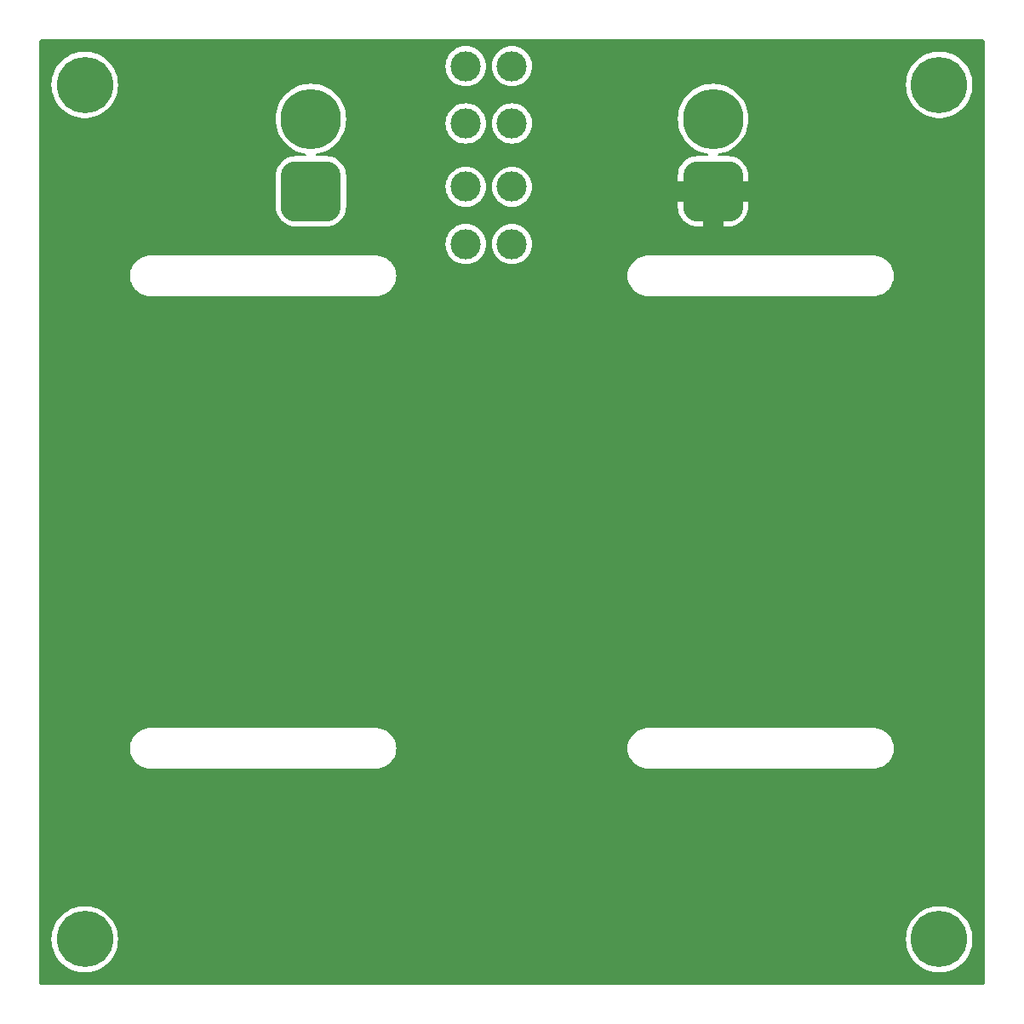
<source format=gbl>
%TF.GenerationSoftware,KiCad,Pcbnew,7.0.8*%
%TF.CreationDate,2024-01-29T21:48:56+01:00*%
%TF.ProjectId,cube-batteryboard,63756265-2d62-4617-9474-657279626f61,rev?*%
%TF.SameCoordinates,Original*%
%TF.FileFunction,Copper,L2,Bot*%
%TF.FilePolarity,Positive*%
%FSLAX46Y46*%
G04 Gerber Fmt 4.6, Leading zero omitted, Abs format (unit mm)*
G04 Created by KiCad (PCBNEW 7.0.8) date 2024-01-29 21:48:56*
%MOMM*%
%LPD*%
G01*
G04 APERTURE LIST*
G04 Aperture macros list*
%AMRoundRect*
0 Rectangle with rounded corners*
0 $1 Rounding radius*
0 $2 $3 $4 $5 $6 $7 $8 $9 X,Y pos of 4 corners*
0 Add a 4 corners polygon primitive as box body*
4,1,4,$2,$3,$4,$5,$6,$7,$8,$9,$2,$3,0*
0 Add four circle primitives for the rounded corners*
1,1,$1+$1,$2,$3*
1,1,$1+$1,$4,$5*
1,1,$1+$1,$6,$7*
1,1,$1+$1,$8,$9*
0 Add four rect primitives between the rounded corners*
20,1,$1+$1,$2,$3,$4,$5,0*
20,1,$1+$1,$4,$5,$6,$7,0*
20,1,$1+$1,$6,$7,$8,$9,0*
20,1,$1+$1,$8,$9,$2,$3,0*%
G04 Aperture macros list end*
%TA.AperFunction,ComponentPad*%
%ADD10C,5.600000*%
%TD*%
%TA.AperFunction,ComponentPad*%
%ADD11RoundRect,1.500000X1.500000X-1.500000X1.500000X1.500000X-1.500000X1.500000X-1.500000X-1.500000X0*%
%TD*%
%TA.AperFunction,ComponentPad*%
%ADD12C,6.000000*%
%TD*%
%TA.AperFunction,ComponentPad*%
%ADD13C,3.000000*%
%TD*%
G04 APERTURE END LIST*
D10*
%TO.P,H2,1*%
%TO.N,N/C*%
X110000000Y-25000000D03*
%TD*%
%TO.P,H1,1*%
%TO.N,N/C*%
X25000000Y-25000000D03*
%TD*%
%TO.P,H3,1*%
%TO.N,N/C*%
X25000000Y-110000000D03*
%TD*%
%TO.P,H4,1*%
%TO.N,N/C*%
X110000000Y-110000000D03*
%TD*%
D11*
%TO.P,J2,1,Pin_1*%
%TO.N,unconnected-(J2-Pin_1-Pad1)*%
X47500000Y-35600000D03*
D12*
%TO.P,J2,2,Pin_2*%
%TO.N,/PWR_OUT*%
X47500000Y-28400000D03*
%TD*%
D13*
%TO.P,SW1,1,1*%
%TO.N,/PWR_OUT*%
X62900000Y-28850000D03*
%TO.P,SW1,2,2*%
%TO.N,/PWR_IN*%
X67500000Y-28850000D03*
%TO.P,SW1,3,3*%
%TO.N,/PWR_OUT*%
X62900000Y-23150000D03*
%TO.P,SW1,4,4*%
%TO.N,/PWR_IN*%
X67500000Y-23150000D03*
%TD*%
D11*
%TO.P,J1,1,Pin_1*%
%TO.N,GND*%
X87500000Y-35600000D03*
D12*
%TO.P,J1,2,Pin_2*%
%TO.N,/PWR_IN*%
X87500000Y-28400000D03*
%TD*%
D13*
%TO.P,SW2,1,1*%
%TO.N,/PWR_OUT*%
X62900000Y-40850000D03*
%TO.P,SW2,2,2*%
%TO.N,/PWR_IN*%
X67500000Y-40850000D03*
%TO.P,SW2,3,3*%
%TO.N,/PWR_OUT*%
X62900000Y-35150000D03*
%TO.P,SW2,4,4*%
%TO.N,/PWR_IN*%
X67500000Y-35150000D03*
%TD*%
%TA.AperFunction,Conductor*%
%TO.N,GND*%
G36*
X114442539Y-20520185D02*
G01*
X114488294Y-20572989D01*
X114499500Y-20624500D01*
X114499500Y-114375500D01*
X114479815Y-114442539D01*
X114427011Y-114488294D01*
X114375500Y-114499500D01*
X20624500Y-114499500D01*
X20557461Y-114479815D01*
X20511706Y-114427011D01*
X20500500Y-114375500D01*
X20500500Y-110000002D01*
X21694652Y-110000002D01*
X21714028Y-110357368D01*
X21714029Y-110357385D01*
X21771926Y-110710539D01*
X21771932Y-110710565D01*
X21867672Y-111055392D01*
X21867674Y-111055399D01*
X22000142Y-111387870D01*
X22000151Y-111387888D01*
X22167784Y-111704077D01*
X22167790Y-111704086D01*
X22368634Y-112000309D01*
X22368641Y-112000319D01*
X22600331Y-112273085D01*
X22600332Y-112273086D01*
X22860163Y-112519211D01*
X23145081Y-112735800D01*
X23451747Y-112920315D01*
X23451749Y-112920316D01*
X23451751Y-112920317D01*
X23451755Y-112920319D01*
X23776552Y-113070585D01*
X23776565Y-113070591D01*
X24115726Y-113184868D01*
X24465254Y-113261805D01*
X24821052Y-113300500D01*
X24821058Y-113300500D01*
X25178942Y-113300500D01*
X25178948Y-113300500D01*
X25534746Y-113261805D01*
X25884274Y-113184868D01*
X26223435Y-113070591D01*
X26548253Y-112920315D01*
X26854919Y-112735800D01*
X27139837Y-112519211D01*
X27399668Y-112273086D01*
X27631365Y-112000311D01*
X27832211Y-111704085D01*
X27999853Y-111387880D01*
X28132324Y-111055403D01*
X28228071Y-110710552D01*
X28285972Y-110357371D01*
X28305348Y-110000002D01*
X106694652Y-110000002D01*
X106714028Y-110357368D01*
X106714029Y-110357385D01*
X106771926Y-110710539D01*
X106771932Y-110710565D01*
X106867672Y-111055392D01*
X106867674Y-111055399D01*
X107000142Y-111387870D01*
X107000151Y-111387888D01*
X107167784Y-111704077D01*
X107167790Y-111704086D01*
X107368634Y-112000309D01*
X107368641Y-112000319D01*
X107600331Y-112273085D01*
X107600332Y-112273086D01*
X107860163Y-112519211D01*
X108145081Y-112735800D01*
X108451747Y-112920315D01*
X108451749Y-112920316D01*
X108451751Y-112920317D01*
X108451755Y-112920319D01*
X108776552Y-113070585D01*
X108776565Y-113070591D01*
X109115726Y-113184868D01*
X109465254Y-113261805D01*
X109821052Y-113300500D01*
X109821058Y-113300500D01*
X110178942Y-113300500D01*
X110178948Y-113300500D01*
X110534746Y-113261805D01*
X110884274Y-113184868D01*
X111223435Y-113070591D01*
X111548253Y-112920315D01*
X111854919Y-112735800D01*
X112139837Y-112519211D01*
X112399668Y-112273086D01*
X112631365Y-112000311D01*
X112832211Y-111704085D01*
X112999853Y-111387880D01*
X113132324Y-111055403D01*
X113228071Y-110710552D01*
X113285972Y-110357371D01*
X113305348Y-110000000D01*
X113285972Y-109642629D01*
X113228071Y-109289448D01*
X113132324Y-108944597D01*
X112999853Y-108612120D01*
X112832211Y-108295915D01*
X112631365Y-107999689D01*
X112631361Y-107999684D01*
X112631358Y-107999680D01*
X112399668Y-107726914D01*
X112139837Y-107480789D01*
X112139830Y-107480783D01*
X112139827Y-107480781D01*
X112072245Y-107429407D01*
X111854919Y-107264200D01*
X111548253Y-107079685D01*
X111548252Y-107079684D01*
X111548248Y-107079682D01*
X111548244Y-107079680D01*
X111223447Y-106929414D01*
X111223441Y-106929411D01*
X111223435Y-106929409D01*
X111053854Y-106872270D01*
X110884273Y-106815131D01*
X110534744Y-106738194D01*
X110178949Y-106699500D01*
X110178948Y-106699500D01*
X109821052Y-106699500D01*
X109821050Y-106699500D01*
X109465255Y-106738194D01*
X109115726Y-106815131D01*
X108859970Y-106901306D01*
X108776565Y-106929409D01*
X108776563Y-106929410D01*
X108776552Y-106929414D01*
X108451755Y-107079680D01*
X108451751Y-107079682D01*
X108223367Y-107217096D01*
X108145081Y-107264200D01*
X108056768Y-107331333D01*
X107860172Y-107480781D01*
X107860163Y-107480789D01*
X107600331Y-107726914D01*
X107368641Y-107999680D01*
X107368634Y-107999690D01*
X107167790Y-108295913D01*
X107167784Y-108295922D01*
X107000151Y-108612111D01*
X107000142Y-108612129D01*
X106867674Y-108944600D01*
X106867672Y-108944607D01*
X106771932Y-109289434D01*
X106771926Y-109289460D01*
X106714029Y-109642614D01*
X106714028Y-109642631D01*
X106694652Y-109999997D01*
X106694652Y-110000002D01*
X28305348Y-110000002D01*
X28305348Y-110000000D01*
X28285972Y-109642629D01*
X28228071Y-109289448D01*
X28132324Y-108944597D01*
X27999853Y-108612120D01*
X27832211Y-108295915D01*
X27631365Y-107999689D01*
X27631361Y-107999684D01*
X27631358Y-107999680D01*
X27399668Y-107726914D01*
X27139837Y-107480789D01*
X27139830Y-107480783D01*
X27139827Y-107480781D01*
X27072245Y-107429407D01*
X26854919Y-107264200D01*
X26548253Y-107079685D01*
X26548252Y-107079684D01*
X26548248Y-107079682D01*
X26548244Y-107079680D01*
X26223447Y-106929414D01*
X26223441Y-106929411D01*
X26223435Y-106929409D01*
X26053854Y-106872270D01*
X25884273Y-106815131D01*
X25534744Y-106738194D01*
X25178949Y-106699500D01*
X25178948Y-106699500D01*
X24821052Y-106699500D01*
X24821050Y-106699500D01*
X24465255Y-106738194D01*
X24115726Y-106815131D01*
X23859970Y-106901306D01*
X23776565Y-106929409D01*
X23776563Y-106929410D01*
X23776552Y-106929414D01*
X23451755Y-107079680D01*
X23451751Y-107079682D01*
X23223367Y-107217096D01*
X23145081Y-107264200D01*
X23056768Y-107331333D01*
X22860172Y-107480781D01*
X22860163Y-107480789D01*
X22600331Y-107726914D01*
X22368641Y-107999680D01*
X22368634Y-107999690D01*
X22167790Y-108295913D01*
X22167784Y-108295922D01*
X22000151Y-108612111D01*
X22000142Y-108612129D01*
X21867674Y-108944600D01*
X21867672Y-108944607D01*
X21771932Y-109289434D01*
X21771926Y-109289460D01*
X21714029Y-109642614D01*
X21714028Y-109642631D01*
X21694652Y-109999997D01*
X21694652Y-110000002D01*
X20500500Y-110000002D01*
X20500500Y-91000000D01*
X29494825Y-91000000D01*
X29513500Y-91273038D01*
X29513501Y-91273040D01*
X29569178Y-91540979D01*
X29569183Y-91540995D01*
X29660829Y-91798860D01*
X29660828Y-91798860D01*
X29786740Y-92041858D01*
X29786744Y-92041864D01*
X29944560Y-92265439D01*
X30131365Y-92465457D01*
X30250102Y-92562056D01*
X30343655Y-92638168D01*
X30343657Y-92638169D01*
X30343658Y-92638170D01*
X30577490Y-92780366D01*
X30781222Y-92868858D01*
X30828508Y-92889398D01*
X31092035Y-92963235D01*
X31330399Y-92995996D01*
X31363161Y-93000500D01*
X31363162Y-93000500D01*
X54136839Y-93000500D01*
X54166068Y-92996482D01*
X54407965Y-92963235D01*
X54671492Y-92889398D01*
X54922511Y-92780365D01*
X55156345Y-92638168D01*
X55368638Y-92465454D01*
X55555437Y-92265442D01*
X55713260Y-92041857D01*
X55839169Y-91798864D01*
X55930818Y-91540990D01*
X55930818Y-91540985D01*
X55930821Y-91540979D01*
X55961441Y-91393620D01*
X55986499Y-91273038D01*
X56005175Y-91000000D01*
X78994825Y-91000000D01*
X79013500Y-91273038D01*
X79013501Y-91273040D01*
X79069178Y-91540979D01*
X79069183Y-91540995D01*
X79160829Y-91798860D01*
X79160828Y-91798860D01*
X79286740Y-92041858D01*
X79286744Y-92041864D01*
X79444560Y-92265439D01*
X79631365Y-92465457D01*
X79750102Y-92562056D01*
X79843655Y-92638168D01*
X79843657Y-92638169D01*
X79843658Y-92638170D01*
X80077490Y-92780366D01*
X80281222Y-92868858D01*
X80328508Y-92889398D01*
X80592035Y-92963235D01*
X80830399Y-92995996D01*
X80863161Y-93000500D01*
X80863162Y-93000500D01*
X103636839Y-93000500D01*
X103666068Y-92996482D01*
X103907965Y-92963235D01*
X104171492Y-92889398D01*
X104422511Y-92780365D01*
X104656345Y-92638168D01*
X104868638Y-92465454D01*
X105055437Y-92265442D01*
X105213260Y-92041857D01*
X105339169Y-91798864D01*
X105430818Y-91540990D01*
X105430818Y-91540985D01*
X105430821Y-91540979D01*
X105461441Y-91393620D01*
X105486499Y-91273038D01*
X105505175Y-91000000D01*
X105486499Y-90726962D01*
X105450658Y-90554485D01*
X105430821Y-90459020D01*
X105430816Y-90459004D01*
X105339170Y-90201139D01*
X105339171Y-90201139D01*
X105213259Y-89958141D01*
X105213255Y-89958135D01*
X105055439Y-89734560D01*
X104868634Y-89534542D01*
X104656341Y-89361829D01*
X104422509Y-89219633D01*
X104171493Y-89110602D01*
X103907970Y-89036766D01*
X103907966Y-89036765D01*
X103907965Y-89036765D01*
X103772401Y-89018132D01*
X103636839Y-88999500D01*
X103636838Y-88999500D01*
X103535799Y-88999500D01*
X81065892Y-88999500D01*
X81000000Y-88999500D01*
X80863162Y-88999500D01*
X80863161Y-88999500D01*
X80592035Y-89036765D01*
X80592029Y-89036766D01*
X80328506Y-89110602D01*
X80077490Y-89219633D01*
X79843658Y-89361829D01*
X79631365Y-89534542D01*
X79444560Y-89734560D01*
X79286744Y-89958135D01*
X79286740Y-89958141D01*
X79160829Y-90201139D01*
X79069183Y-90459004D01*
X79069178Y-90459020D01*
X79013501Y-90726959D01*
X79013500Y-90726961D01*
X78994825Y-91000000D01*
X56005175Y-91000000D01*
X55986499Y-90726962D01*
X55950658Y-90554485D01*
X55930821Y-90459020D01*
X55930816Y-90459004D01*
X55839170Y-90201139D01*
X55839171Y-90201139D01*
X55713259Y-89958141D01*
X55713255Y-89958135D01*
X55555439Y-89734560D01*
X55368634Y-89534542D01*
X55156341Y-89361829D01*
X54922509Y-89219633D01*
X54671493Y-89110602D01*
X54407970Y-89036766D01*
X54407966Y-89036765D01*
X54407965Y-89036765D01*
X54272401Y-89018132D01*
X54136839Y-88999500D01*
X54136838Y-88999500D01*
X54035799Y-88999500D01*
X31565892Y-88999500D01*
X31500000Y-88999500D01*
X31363162Y-88999500D01*
X31363161Y-88999500D01*
X31092035Y-89036765D01*
X31092029Y-89036766D01*
X30828506Y-89110602D01*
X30577490Y-89219633D01*
X30343658Y-89361829D01*
X30131365Y-89534542D01*
X29944560Y-89734560D01*
X29786744Y-89958135D01*
X29786740Y-89958141D01*
X29660829Y-90201139D01*
X29569183Y-90459004D01*
X29569178Y-90459020D01*
X29513501Y-90726959D01*
X29513500Y-90726961D01*
X29494825Y-91000000D01*
X20500500Y-91000000D01*
X20500500Y-44000000D01*
X29494825Y-44000000D01*
X29513500Y-44273038D01*
X29513501Y-44273040D01*
X29569178Y-44540979D01*
X29569183Y-44540995D01*
X29660829Y-44798860D01*
X29660828Y-44798860D01*
X29786740Y-45041858D01*
X29786744Y-45041864D01*
X29944560Y-45265439D01*
X30131365Y-45465457D01*
X30250102Y-45562056D01*
X30343655Y-45638168D01*
X30343657Y-45638169D01*
X30343658Y-45638170D01*
X30577490Y-45780366D01*
X30781222Y-45868858D01*
X30828508Y-45889398D01*
X31092035Y-45963235D01*
X31330399Y-45995996D01*
X31363161Y-46000500D01*
X31363162Y-46000500D01*
X54136839Y-46000500D01*
X54166068Y-45996482D01*
X54407965Y-45963235D01*
X54671492Y-45889398D01*
X54922511Y-45780365D01*
X55156345Y-45638168D01*
X55368638Y-45465454D01*
X55555437Y-45265442D01*
X55713260Y-45041857D01*
X55839169Y-44798864D01*
X55930818Y-44540990D01*
X55930818Y-44540985D01*
X55930821Y-44540979D01*
X55961441Y-44393620D01*
X55986499Y-44273038D01*
X56005175Y-44000000D01*
X78994825Y-44000000D01*
X79013500Y-44273038D01*
X79013501Y-44273040D01*
X79069178Y-44540979D01*
X79069183Y-44540995D01*
X79160829Y-44798860D01*
X79160828Y-44798860D01*
X79286740Y-45041858D01*
X79286744Y-45041864D01*
X79444560Y-45265439D01*
X79631365Y-45465457D01*
X79750102Y-45562056D01*
X79843655Y-45638168D01*
X79843657Y-45638169D01*
X79843658Y-45638170D01*
X80077490Y-45780366D01*
X80281222Y-45868858D01*
X80328508Y-45889398D01*
X80592035Y-45963235D01*
X80830399Y-45995996D01*
X80863161Y-46000500D01*
X80863162Y-46000500D01*
X103636839Y-46000500D01*
X103666068Y-45996482D01*
X103907965Y-45963235D01*
X104171492Y-45889398D01*
X104422511Y-45780365D01*
X104656345Y-45638168D01*
X104868638Y-45465454D01*
X105055437Y-45265442D01*
X105213260Y-45041857D01*
X105339169Y-44798864D01*
X105430818Y-44540990D01*
X105430818Y-44540985D01*
X105430821Y-44540979D01*
X105461441Y-44393620D01*
X105486499Y-44273038D01*
X105505175Y-44000000D01*
X105486499Y-43726962D01*
X105450658Y-43554485D01*
X105430821Y-43459020D01*
X105430816Y-43459004D01*
X105339170Y-43201139D01*
X105339171Y-43201139D01*
X105213259Y-42958141D01*
X105213255Y-42958135D01*
X105055439Y-42734560D01*
X104993170Y-42667887D01*
X104868638Y-42534546D01*
X104868636Y-42534545D01*
X104868634Y-42534542D01*
X104710318Y-42405742D01*
X104656345Y-42361832D01*
X104656343Y-42361831D01*
X104656341Y-42361829D01*
X104422509Y-42219633D01*
X104171493Y-42110602D01*
X103907970Y-42036766D01*
X103907966Y-42036765D01*
X103907965Y-42036765D01*
X103772401Y-42018132D01*
X103636839Y-41999500D01*
X103636838Y-41999500D01*
X103535799Y-41999500D01*
X81065892Y-41999500D01*
X81000000Y-41999500D01*
X80863162Y-41999500D01*
X80863161Y-41999500D01*
X80592035Y-42036765D01*
X80592029Y-42036766D01*
X80328506Y-42110602D01*
X80077490Y-42219633D01*
X79843658Y-42361829D01*
X79631365Y-42534542D01*
X79444560Y-42734560D01*
X79286744Y-42958135D01*
X79286740Y-42958141D01*
X79160829Y-43201139D01*
X79069183Y-43459004D01*
X79069178Y-43459020D01*
X79013501Y-43726959D01*
X79013500Y-43726961D01*
X78994825Y-44000000D01*
X56005175Y-44000000D01*
X55986499Y-43726962D01*
X55950658Y-43554485D01*
X55930821Y-43459020D01*
X55930816Y-43459004D01*
X55839170Y-43201139D01*
X55839171Y-43201139D01*
X55713259Y-42958141D01*
X55713255Y-42958135D01*
X55555439Y-42734560D01*
X55493170Y-42667887D01*
X55368638Y-42534546D01*
X55368636Y-42534545D01*
X55368634Y-42534542D01*
X55210318Y-42405742D01*
X55156345Y-42361832D01*
X55156343Y-42361831D01*
X55156341Y-42361829D01*
X54922509Y-42219633D01*
X54671493Y-42110602D01*
X54407970Y-42036766D01*
X54407966Y-42036765D01*
X54407965Y-42036765D01*
X54272401Y-42018132D01*
X54136839Y-41999500D01*
X54136838Y-41999500D01*
X54035799Y-41999500D01*
X31565892Y-41999500D01*
X31500000Y-41999500D01*
X31363162Y-41999500D01*
X31363161Y-41999500D01*
X31092035Y-42036765D01*
X31092029Y-42036766D01*
X30828506Y-42110602D01*
X30577490Y-42219633D01*
X30343658Y-42361829D01*
X30131365Y-42534542D01*
X29944560Y-42734560D01*
X29786744Y-42958135D01*
X29786740Y-42958141D01*
X29660829Y-43201139D01*
X29569183Y-43459004D01*
X29569178Y-43459020D01*
X29513501Y-43726959D01*
X29513500Y-43726961D01*
X29494825Y-44000000D01*
X20500500Y-44000000D01*
X20500500Y-40850001D01*
X60894390Y-40850001D01*
X60914804Y-41135433D01*
X60975628Y-41415037D01*
X61075635Y-41683166D01*
X61212770Y-41934309D01*
X61212775Y-41934317D01*
X61384254Y-42163387D01*
X61384270Y-42163405D01*
X61586594Y-42365729D01*
X61586612Y-42365745D01*
X61815682Y-42537224D01*
X61815690Y-42537229D01*
X62066833Y-42674364D01*
X62066832Y-42674364D01*
X62066836Y-42674365D01*
X62066839Y-42674367D01*
X62334954Y-42774369D01*
X62334960Y-42774370D01*
X62334962Y-42774371D01*
X62614566Y-42835195D01*
X62614568Y-42835195D01*
X62614572Y-42835196D01*
X62868220Y-42853337D01*
X62899999Y-42855610D01*
X62900000Y-42855610D01*
X62900001Y-42855610D01*
X62928595Y-42853564D01*
X63185428Y-42835196D01*
X63465046Y-42774369D01*
X63733161Y-42674367D01*
X63984315Y-42537226D01*
X64213395Y-42365739D01*
X64415739Y-42163395D01*
X64587226Y-41934315D01*
X64724367Y-41683161D01*
X64824369Y-41415046D01*
X64885196Y-41135428D01*
X64905610Y-40850001D01*
X65494390Y-40850001D01*
X65514804Y-41135433D01*
X65575628Y-41415037D01*
X65675635Y-41683166D01*
X65812770Y-41934309D01*
X65812775Y-41934317D01*
X65984254Y-42163387D01*
X65984270Y-42163405D01*
X66186594Y-42365729D01*
X66186612Y-42365745D01*
X66415682Y-42537224D01*
X66415690Y-42537229D01*
X66666833Y-42674364D01*
X66666832Y-42674364D01*
X66666836Y-42674365D01*
X66666839Y-42674367D01*
X66934954Y-42774369D01*
X66934960Y-42774370D01*
X66934962Y-42774371D01*
X67214566Y-42835195D01*
X67214568Y-42835195D01*
X67214572Y-42835196D01*
X67468220Y-42853337D01*
X67499999Y-42855610D01*
X67500000Y-42855610D01*
X67500001Y-42855610D01*
X67528595Y-42853564D01*
X67785428Y-42835196D01*
X68065046Y-42774369D01*
X68333161Y-42674367D01*
X68584315Y-42537226D01*
X68813395Y-42365739D01*
X69015739Y-42163395D01*
X69187226Y-41934315D01*
X69324367Y-41683161D01*
X69424369Y-41415046D01*
X69485196Y-41135428D01*
X69505610Y-40850000D01*
X69485196Y-40564572D01*
X69424369Y-40284954D01*
X69324367Y-40016839D01*
X69187226Y-39765685D01*
X69187224Y-39765682D01*
X69015745Y-39536612D01*
X69015729Y-39536594D01*
X68813405Y-39334270D01*
X68813387Y-39334254D01*
X68584317Y-39162775D01*
X68584309Y-39162770D01*
X68333166Y-39025635D01*
X68333167Y-39025635D01*
X68225915Y-38985632D01*
X68065046Y-38925631D01*
X68065043Y-38925630D01*
X68065037Y-38925628D01*
X67785433Y-38864804D01*
X67500001Y-38844390D01*
X67499999Y-38844390D01*
X67214566Y-38864804D01*
X66934962Y-38925628D01*
X66666833Y-39025635D01*
X66415690Y-39162770D01*
X66415682Y-39162775D01*
X66186612Y-39334254D01*
X66186594Y-39334270D01*
X65984270Y-39536594D01*
X65984254Y-39536612D01*
X65812775Y-39765682D01*
X65812770Y-39765690D01*
X65675635Y-40016833D01*
X65575628Y-40284962D01*
X65514804Y-40564566D01*
X65494390Y-40849998D01*
X65494390Y-40850001D01*
X64905610Y-40850001D01*
X64905610Y-40850000D01*
X64885196Y-40564572D01*
X64824369Y-40284954D01*
X64724367Y-40016839D01*
X64587226Y-39765685D01*
X64587224Y-39765682D01*
X64415745Y-39536612D01*
X64415729Y-39536594D01*
X64213405Y-39334270D01*
X64213387Y-39334254D01*
X63984317Y-39162775D01*
X63984309Y-39162770D01*
X63733166Y-39025635D01*
X63733167Y-39025635D01*
X63625915Y-38985632D01*
X63465046Y-38925631D01*
X63465043Y-38925630D01*
X63465037Y-38925628D01*
X63185433Y-38864804D01*
X62900001Y-38844390D01*
X62899999Y-38844390D01*
X62614566Y-38864804D01*
X62334962Y-38925628D01*
X62066833Y-39025635D01*
X61815690Y-39162770D01*
X61815682Y-39162775D01*
X61586612Y-39334254D01*
X61586594Y-39334270D01*
X61384270Y-39536594D01*
X61384254Y-39536612D01*
X61212775Y-39765682D01*
X61212770Y-39765690D01*
X61075635Y-40016833D01*
X60975628Y-40284962D01*
X60914804Y-40564566D01*
X60894390Y-40849998D01*
X60894390Y-40850001D01*
X20500500Y-40850001D01*
X20500500Y-28400000D01*
X43994696Y-28400000D01*
X44013898Y-28766405D01*
X44071294Y-29128788D01*
X44071294Y-29128790D01*
X44166260Y-29483206D01*
X44297746Y-29825739D01*
X44464320Y-30152656D01*
X44664147Y-30460364D01*
X44664149Y-30460366D01*
X44895051Y-30745506D01*
X45154494Y-31004949D01*
X45154498Y-31004952D01*
X45439635Y-31235852D01*
X45747343Y-31435679D01*
X45747348Y-31435682D01*
X46074264Y-31602255D01*
X46416801Y-31733742D01*
X46771206Y-31828705D01*
X46924769Y-31853027D01*
X46987904Y-31882956D01*
X47024835Y-31942268D01*
X47023837Y-32012130D01*
X46985227Y-32070363D01*
X46921264Y-32098477D01*
X46905371Y-32099500D01*
X45928552Y-32099500D01*
X45714566Y-32114804D01*
X45434962Y-32175628D01*
X45166833Y-32275635D01*
X44915690Y-32412770D01*
X44915682Y-32412775D01*
X44686612Y-32584254D01*
X44686594Y-32584270D01*
X44484270Y-32786594D01*
X44484254Y-32786612D01*
X44312775Y-33015682D01*
X44312770Y-33015690D01*
X44175635Y-33266833D01*
X44075628Y-33534962D01*
X44014804Y-33814566D01*
X43999500Y-34028552D01*
X43999500Y-37171448D01*
X44014804Y-37385433D01*
X44075628Y-37665037D01*
X44075630Y-37665043D01*
X44075631Y-37665046D01*
X44175557Y-37932958D01*
X44175635Y-37933166D01*
X44312770Y-38184309D01*
X44312775Y-38184317D01*
X44484254Y-38413387D01*
X44484270Y-38413405D01*
X44686594Y-38615729D01*
X44686612Y-38615745D01*
X44915682Y-38787224D01*
X44915690Y-38787229D01*
X45166833Y-38924364D01*
X45166832Y-38924364D01*
X45166836Y-38924365D01*
X45166839Y-38924367D01*
X45434954Y-39024369D01*
X45434960Y-39024370D01*
X45434962Y-39024371D01*
X45714566Y-39085195D01*
X45714568Y-39085195D01*
X45714572Y-39085196D01*
X45928552Y-39100500D01*
X49071448Y-39100500D01*
X49285428Y-39085196D01*
X49559236Y-39025633D01*
X49565037Y-39024371D01*
X49565037Y-39024370D01*
X49565046Y-39024369D01*
X49833161Y-38924367D01*
X50084315Y-38787226D01*
X50313395Y-38615739D01*
X50515739Y-38413395D01*
X50687226Y-38184315D01*
X50824367Y-37933161D01*
X50924369Y-37665046D01*
X50935764Y-37612662D01*
X50985195Y-37385433D01*
X50985195Y-37385432D01*
X50985196Y-37385428D01*
X51000500Y-37171448D01*
X51000500Y-35150001D01*
X60894390Y-35150001D01*
X60914804Y-35435433D01*
X60975628Y-35715037D01*
X61075635Y-35983166D01*
X61212770Y-36234309D01*
X61212775Y-36234317D01*
X61384254Y-36463387D01*
X61384270Y-36463405D01*
X61586594Y-36665729D01*
X61586612Y-36665745D01*
X61815682Y-36837224D01*
X61815690Y-36837229D01*
X62066833Y-36974364D01*
X62066832Y-36974364D01*
X62066836Y-36974365D01*
X62066839Y-36974367D01*
X62334954Y-37074369D01*
X62334960Y-37074370D01*
X62334962Y-37074371D01*
X62614566Y-37135195D01*
X62614568Y-37135195D01*
X62614572Y-37135196D01*
X62868220Y-37153337D01*
X62899999Y-37155610D01*
X62900000Y-37155610D01*
X62900001Y-37155610D01*
X62928595Y-37153564D01*
X63185428Y-37135196D01*
X63465046Y-37074369D01*
X63733161Y-36974367D01*
X63984315Y-36837226D01*
X64213395Y-36665739D01*
X64415739Y-36463395D01*
X64587226Y-36234315D01*
X64724367Y-35983161D01*
X64824369Y-35715046D01*
X64833004Y-35675352D01*
X64885195Y-35435433D01*
X64885195Y-35435432D01*
X64885196Y-35435428D01*
X64905610Y-35150001D01*
X65494390Y-35150001D01*
X65514804Y-35435433D01*
X65575628Y-35715037D01*
X65675635Y-35983166D01*
X65812770Y-36234309D01*
X65812775Y-36234317D01*
X65984254Y-36463387D01*
X65984270Y-36463405D01*
X66186594Y-36665729D01*
X66186612Y-36665745D01*
X66415682Y-36837224D01*
X66415690Y-36837229D01*
X66666833Y-36974364D01*
X66666832Y-36974364D01*
X66666836Y-36974365D01*
X66666839Y-36974367D01*
X66934954Y-37074369D01*
X66934960Y-37074370D01*
X66934962Y-37074371D01*
X67214566Y-37135195D01*
X67214568Y-37135195D01*
X67214572Y-37135196D01*
X67468220Y-37153337D01*
X67499999Y-37155610D01*
X67500000Y-37155610D01*
X67500001Y-37155610D01*
X67528595Y-37153564D01*
X67785428Y-37135196D01*
X68065046Y-37074369D01*
X68333161Y-36974367D01*
X68584315Y-36837226D01*
X68813395Y-36665739D01*
X69015739Y-36463395D01*
X69187226Y-36234315D01*
X69324367Y-35983161D01*
X69424369Y-35715046D01*
X69433004Y-35675352D01*
X69485195Y-35435433D01*
X69485195Y-35435432D01*
X69485196Y-35435428D01*
X69505610Y-35150000D01*
X69485196Y-34864572D01*
X69424369Y-34584954D01*
X69324367Y-34316839D01*
X69230036Y-34144086D01*
X69187229Y-34065690D01*
X69187224Y-34065682D01*
X69015745Y-33836612D01*
X69015729Y-33836594D01*
X68813405Y-33634270D01*
X68813387Y-33634254D01*
X68584317Y-33462775D01*
X68584309Y-33462770D01*
X68333166Y-33325635D01*
X68333167Y-33325635D01*
X68176070Y-33267041D01*
X68065046Y-33225631D01*
X68065043Y-33225630D01*
X68065037Y-33225628D01*
X67785433Y-33164804D01*
X67500001Y-33144390D01*
X67499999Y-33144390D01*
X67214566Y-33164804D01*
X66934962Y-33225628D01*
X66666833Y-33325635D01*
X66415690Y-33462770D01*
X66415682Y-33462775D01*
X66186612Y-33634254D01*
X66186594Y-33634270D01*
X65984270Y-33836594D01*
X65984254Y-33836612D01*
X65812775Y-34065682D01*
X65812770Y-34065690D01*
X65675635Y-34316833D01*
X65575628Y-34584962D01*
X65514804Y-34864566D01*
X65494390Y-35149998D01*
X65494390Y-35150001D01*
X64905610Y-35150001D01*
X64905610Y-35150000D01*
X64885196Y-34864572D01*
X64824369Y-34584954D01*
X64724367Y-34316839D01*
X64630036Y-34144086D01*
X64587229Y-34065690D01*
X64587224Y-34065682D01*
X64415745Y-33836612D01*
X64415729Y-33836594D01*
X64213405Y-33634270D01*
X64213387Y-33634254D01*
X63984317Y-33462775D01*
X63984309Y-33462770D01*
X63733166Y-33325635D01*
X63733167Y-33325635D01*
X63576070Y-33267041D01*
X63465046Y-33225631D01*
X63465043Y-33225630D01*
X63465037Y-33225628D01*
X63185433Y-33164804D01*
X62900001Y-33144390D01*
X62899999Y-33144390D01*
X62614566Y-33164804D01*
X62334962Y-33225628D01*
X62066833Y-33325635D01*
X61815690Y-33462770D01*
X61815682Y-33462775D01*
X61586612Y-33634254D01*
X61586594Y-33634270D01*
X61384270Y-33836594D01*
X61384254Y-33836612D01*
X61212775Y-34065682D01*
X61212770Y-34065690D01*
X61075635Y-34316833D01*
X60975628Y-34584962D01*
X60914804Y-34864566D01*
X60894390Y-35149998D01*
X60894390Y-35150001D01*
X51000500Y-35150001D01*
X51000500Y-34028552D01*
X50985196Y-33814572D01*
X50951519Y-33659763D01*
X50924371Y-33534962D01*
X50924370Y-33534960D01*
X50924369Y-33534954D01*
X50824367Y-33266839D01*
X50768651Y-33164804D01*
X50687229Y-33015690D01*
X50687224Y-33015682D01*
X50515745Y-32786612D01*
X50515729Y-32786594D01*
X50313405Y-32584270D01*
X50313387Y-32584254D01*
X50084317Y-32412775D01*
X50084309Y-32412770D01*
X49833166Y-32275635D01*
X49833167Y-32275635D01*
X49725915Y-32235632D01*
X49565046Y-32175631D01*
X49565043Y-32175630D01*
X49565037Y-32175628D01*
X49285433Y-32114804D01*
X49071448Y-32099500D01*
X48094629Y-32099500D01*
X48027590Y-32079815D01*
X47981835Y-32027011D01*
X47971891Y-31957853D01*
X48000916Y-31894297D01*
X48059694Y-31856523D01*
X48075231Y-31853027D01*
X48228794Y-31828705D01*
X48583199Y-31733742D01*
X48925736Y-31602255D01*
X49252652Y-31435682D01*
X49560366Y-31235851D01*
X49845506Y-31004949D01*
X50104949Y-30745506D01*
X50335851Y-30460366D01*
X50535682Y-30152652D01*
X50702255Y-29825736D01*
X50833742Y-29483199D01*
X50928705Y-29128794D01*
X50972862Y-28850001D01*
X60894390Y-28850001D01*
X60914804Y-29135433D01*
X60975628Y-29415037D01*
X60975630Y-29415043D01*
X60975631Y-29415046D01*
X61075633Y-29683161D01*
X61075635Y-29683166D01*
X61212770Y-29934309D01*
X61212775Y-29934317D01*
X61384254Y-30163387D01*
X61384270Y-30163405D01*
X61586594Y-30365729D01*
X61586612Y-30365745D01*
X61815682Y-30537224D01*
X61815690Y-30537229D01*
X62066833Y-30674364D01*
X62066832Y-30674364D01*
X62066836Y-30674365D01*
X62066839Y-30674367D01*
X62334954Y-30774369D01*
X62334960Y-30774370D01*
X62334962Y-30774371D01*
X62614566Y-30835195D01*
X62614568Y-30835195D01*
X62614572Y-30835196D01*
X62868220Y-30853337D01*
X62899999Y-30855610D01*
X62900000Y-30855610D01*
X62900001Y-30855610D01*
X62928595Y-30853564D01*
X63185428Y-30835196D01*
X63465046Y-30774369D01*
X63733161Y-30674367D01*
X63984315Y-30537226D01*
X64213395Y-30365739D01*
X64415739Y-30163395D01*
X64587226Y-29934315D01*
X64724367Y-29683161D01*
X64824369Y-29415046D01*
X64885196Y-29135428D01*
X64905610Y-28850001D01*
X65494390Y-28850001D01*
X65514804Y-29135433D01*
X65575628Y-29415037D01*
X65575630Y-29415043D01*
X65575631Y-29415046D01*
X65675633Y-29683161D01*
X65675635Y-29683166D01*
X65812770Y-29934309D01*
X65812775Y-29934317D01*
X65984254Y-30163387D01*
X65984270Y-30163405D01*
X66186594Y-30365729D01*
X66186612Y-30365745D01*
X66415682Y-30537224D01*
X66415690Y-30537229D01*
X66666833Y-30674364D01*
X66666832Y-30674364D01*
X66666836Y-30674365D01*
X66666839Y-30674367D01*
X66934954Y-30774369D01*
X66934960Y-30774370D01*
X66934962Y-30774371D01*
X67214566Y-30835195D01*
X67214568Y-30835195D01*
X67214572Y-30835196D01*
X67468220Y-30853337D01*
X67499999Y-30855610D01*
X67500000Y-30855610D01*
X67500001Y-30855610D01*
X67528595Y-30853564D01*
X67785428Y-30835196D01*
X68065046Y-30774369D01*
X68333161Y-30674367D01*
X68584315Y-30537226D01*
X68813395Y-30365739D01*
X69015739Y-30163395D01*
X69187226Y-29934315D01*
X69324367Y-29683161D01*
X69424369Y-29415046D01*
X69485196Y-29135428D01*
X69505610Y-28850000D01*
X69485196Y-28564572D01*
X69449395Y-28400000D01*
X83994696Y-28400000D01*
X84013898Y-28766405D01*
X84071294Y-29128788D01*
X84071294Y-29128790D01*
X84166260Y-29483206D01*
X84297746Y-29825739D01*
X84464320Y-30152656D01*
X84664147Y-30460364D01*
X84664149Y-30460366D01*
X84895051Y-30745506D01*
X85154494Y-31004949D01*
X85154498Y-31004952D01*
X85439635Y-31235852D01*
X85747343Y-31435679D01*
X85747348Y-31435682D01*
X86074264Y-31602255D01*
X86416801Y-31733742D01*
X86771206Y-31828705D01*
X86924769Y-31853027D01*
X86927926Y-31853527D01*
X86991061Y-31883456D01*
X87027992Y-31942768D01*
X87026994Y-32012630D01*
X86988384Y-32070863D01*
X86924421Y-32098977D01*
X86908528Y-32100000D01*
X85928566Y-32100000D01*
X85714637Y-32115300D01*
X85435104Y-32176109D01*
X85167041Y-32276091D01*
X84915961Y-32413191D01*
X84915960Y-32413192D01*
X84686934Y-32584639D01*
X84686922Y-32584649D01*
X84484649Y-32786922D01*
X84484639Y-32786934D01*
X84313192Y-33015960D01*
X84313191Y-33015961D01*
X84176091Y-33267041D01*
X84076109Y-33535104D01*
X84015300Y-33814637D01*
X84000000Y-34028566D01*
X84000000Y-34600000D01*
X85483592Y-34600000D01*
X85395644Y-34789523D01*
X85306394Y-35077237D01*
X85256289Y-35374281D01*
X85246223Y-35675352D01*
X85276376Y-35975079D01*
X85346209Y-36268112D01*
X85454477Y-36549223D01*
X85482304Y-36600000D01*
X84000000Y-36600000D01*
X84000000Y-37171434D01*
X84015300Y-37385362D01*
X84076109Y-37664895D01*
X84176091Y-37932958D01*
X84313191Y-38184038D01*
X84313192Y-38184039D01*
X84484639Y-38413065D01*
X84484649Y-38413077D01*
X84686922Y-38615350D01*
X84686934Y-38615360D01*
X84915960Y-38786807D01*
X84915961Y-38786808D01*
X85167042Y-38923908D01*
X85167041Y-38923908D01*
X85435104Y-39023890D01*
X85714637Y-39084699D01*
X85928566Y-39100000D01*
X86500000Y-39100000D01*
X86500000Y-37619889D01*
X86760292Y-37730263D01*
X87050828Y-37809849D01*
X87349380Y-37850000D01*
X87575228Y-37850000D01*
X87800567Y-37834915D01*
X88095770Y-37774913D01*
X88380342Y-37676099D01*
X88500000Y-37615633D01*
X88500000Y-39100000D01*
X89071434Y-39100000D01*
X89285362Y-39084699D01*
X89564895Y-39023890D01*
X89832958Y-38923908D01*
X90084038Y-38786808D01*
X90084039Y-38786807D01*
X90313065Y-38615360D01*
X90313077Y-38615350D01*
X90515350Y-38413077D01*
X90515360Y-38413065D01*
X90686807Y-38184039D01*
X90686808Y-38184038D01*
X90823908Y-37932958D01*
X90923890Y-37664895D01*
X90984699Y-37385362D01*
X91000000Y-37171434D01*
X91000000Y-36600000D01*
X89516408Y-36600000D01*
X89604356Y-36410477D01*
X89693606Y-36122763D01*
X89743711Y-35825719D01*
X89753777Y-35524648D01*
X89723624Y-35224921D01*
X89653791Y-34931888D01*
X89545523Y-34650777D01*
X89517696Y-34600000D01*
X91000000Y-34600000D01*
X91000000Y-34028566D01*
X90984699Y-33814637D01*
X90923890Y-33535104D01*
X90823908Y-33267041D01*
X90686808Y-33015961D01*
X90686807Y-33015960D01*
X90515360Y-32786934D01*
X90515350Y-32786922D01*
X90313077Y-32584649D01*
X90313065Y-32584639D01*
X90084039Y-32413192D01*
X90084038Y-32413191D01*
X89832957Y-32276091D01*
X89832958Y-32276091D01*
X89564895Y-32176109D01*
X89285362Y-32115300D01*
X89071434Y-32100000D01*
X88091472Y-32100000D01*
X88024433Y-32080315D01*
X87978678Y-32027511D01*
X87968734Y-31958353D01*
X87997759Y-31894797D01*
X88056537Y-31857023D01*
X88072074Y-31853527D01*
X88075231Y-31853027D01*
X88228794Y-31828705D01*
X88583199Y-31733742D01*
X88925736Y-31602255D01*
X89252652Y-31435682D01*
X89560366Y-31235851D01*
X89845506Y-31004949D01*
X90104949Y-30745506D01*
X90335851Y-30460366D01*
X90535682Y-30152652D01*
X90702255Y-29825736D01*
X90833742Y-29483199D01*
X90928705Y-29128794D01*
X90986102Y-28766404D01*
X91005304Y-28400000D01*
X90986102Y-28033596D01*
X90928705Y-27671206D01*
X90833742Y-27316801D01*
X90702255Y-26974264D01*
X90535682Y-26647348D01*
X90535679Y-26647343D01*
X90335852Y-26339635D01*
X90104952Y-26054498D01*
X90104949Y-26054494D01*
X89845506Y-25795051D01*
X89741159Y-25710552D01*
X89560364Y-25564147D01*
X89252656Y-25364320D01*
X88925739Y-25197746D01*
X88583206Y-25066260D01*
X88583199Y-25066258D01*
X88335929Y-25000002D01*
X106694652Y-25000002D01*
X106714028Y-25357368D01*
X106714029Y-25357385D01*
X106771926Y-25710539D01*
X106771932Y-25710565D01*
X106867672Y-26055392D01*
X106867674Y-26055399D01*
X107000142Y-26387870D01*
X107000151Y-26387888D01*
X107167784Y-26704077D01*
X107167790Y-26704086D01*
X107368634Y-27000309D01*
X107368641Y-27000319D01*
X107506632Y-27162774D01*
X107600332Y-27273086D01*
X107860163Y-27519211D01*
X108145081Y-27735800D01*
X108451747Y-27920315D01*
X108451749Y-27920316D01*
X108451751Y-27920317D01*
X108451755Y-27920319D01*
X108660368Y-28016833D01*
X108776565Y-28070591D01*
X109115726Y-28184868D01*
X109465254Y-28261805D01*
X109821052Y-28300500D01*
X109821058Y-28300500D01*
X110178942Y-28300500D01*
X110178948Y-28300500D01*
X110534746Y-28261805D01*
X110884274Y-28184868D01*
X111223435Y-28070591D01*
X111548253Y-27920315D01*
X111854919Y-27735800D01*
X112139837Y-27519211D01*
X112399668Y-27273086D01*
X112631365Y-27000311D01*
X112832211Y-26704085D01*
X112999853Y-26387880D01*
X113132324Y-26055403D01*
X113228071Y-25710552D01*
X113285972Y-25357371D01*
X113305348Y-25000000D01*
X113285972Y-24642629D01*
X113228071Y-24289448D01*
X113132324Y-23944597D01*
X113089868Y-23838041D01*
X112999857Y-23612129D01*
X112999848Y-23612111D01*
X112832215Y-23295922D01*
X112832213Y-23295919D01*
X112832211Y-23295915D01*
X112631365Y-22999689D01*
X112631361Y-22999684D01*
X112631358Y-22999680D01*
X112399668Y-22726914D01*
X112249811Y-22584962D01*
X112139837Y-22480789D01*
X112139830Y-22480783D01*
X112139827Y-22480781D01*
X112072245Y-22429407D01*
X111854919Y-22264200D01*
X111548253Y-22079685D01*
X111548252Y-22079684D01*
X111548248Y-22079682D01*
X111548244Y-22079680D01*
X111223447Y-21929414D01*
X111223441Y-21929411D01*
X111223435Y-21929409D01*
X111053854Y-21872270D01*
X110884273Y-21815131D01*
X110534744Y-21738194D01*
X110178949Y-21699500D01*
X110178948Y-21699500D01*
X109821052Y-21699500D01*
X109821050Y-21699500D01*
X109465255Y-21738194D01*
X109115726Y-21815131D01*
X108859970Y-21901306D01*
X108776565Y-21929409D01*
X108776563Y-21929410D01*
X108776552Y-21929414D01*
X108451755Y-22079680D01*
X108451751Y-22079682D01*
X108223367Y-22217096D01*
X108145081Y-22264200D01*
X108075836Y-22316839D01*
X107860172Y-22480781D01*
X107860163Y-22480789D01*
X107600331Y-22726914D01*
X107368641Y-22999680D01*
X107368634Y-22999690D01*
X107167790Y-23295913D01*
X107167784Y-23295922D01*
X107000151Y-23612111D01*
X107000142Y-23612129D01*
X106867674Y-23944600D01*
X106867672Y-23944607D01*
X106771932Y-24289434D01*
X106771926Y-24289460D01*
X106714029Y-24642614D01*
X106714028Y-24642631D01*
X106694652Y-24999997D01*
X106694652Y-25000002D01*
X88335929Y-25000002D01*
X88228794Y-24971295D01*
X88228790Y-24971294D01*
X88228789Y-24971294D01*
X87866405Y-24913898D01*
X87500001Y-24894696D01*
X87499999Y-24894696D01*
X87133594Y-24913898D01*
X86771211Y-24971294D01*
X86771209Y-24971294D01*
X86416793Y-25066260D01*
X86074260Y-25197746D01*
X85747343Y-25364320D01*
X85439635Y-25564147D01*
X85154498Y-25795047D01*
X85154490Y-25795054D01*
X84895054Y-26054490D01*
X84895047Y-26054498D01*
X84664147Y-26339635D01*
X84464320Y-26647343D01*
X84297746Y-26974260D01*
X84166260Y-27316793D01*
X84071294Y-27671209D01*
X84071294Y-27671211D01*
X84013898Y-28033594D01*
X83994696Y-28399999D01*
X83994696Y-28400000D01*
X69449395Y-28400000D01*
X69449395Y-28399999D01*
X69424371Y-28284962D01*
X69424370Y-28284960D01*
X69424369Y-28284954D01*
X69324367Y-28016839D01*
X69187226Y-27765685D01*
X69187224Y-27765682D01*
X69015745Y-27536612D01*
X69015729Y-27536594D01*
X68813405Y-27334270D01*
X68813387Y-27334254D01*
X68584317Y-27162775D01*
X68584309Y-27162770D01*
X68333166Y-27025635D01*
X68333167Y-27025635D01*
X68195425Y-26974260D01*
X68065046Y-26925631D01*
X68065043Y-26925630D01*
X68065037Y-26925628D01*
X67785433Y-26864804D01*
X67500001Y-26844390D01*
X67499999Y-26844390D01*
X67214566Y-26864804D01*
X66934962Y-26925628D01*
X66666833Y-27025635D01*
X66415690Y-27162770D01*
X66415682Y-27162775D01*
X66186612Y-27334254D01*
X66186594Y-27334270D01*
X65984270Y-27536594D01*
X65984254Y-27536612D01*
X65812775Y-27765682D01*
X65812770Y-27765690D01*
X65675635Y-28016833D01*
X65575628Y-28284962D01*
X65514804Y-28564566D01*
X65494390Y-28849998D01*
X65494390Y-28850001D01*
X64905610Y-28850001D01*
X64905610Y-28850000D01*
X64885196Y-28564572D01*
X64849395Y-28399999D01*
X64824371Y-28284962D01*
X64824370Y-28284960D01*
X64824369Y-28284954D01*
X64724367Y-28016839D01*
X64587226Y-27765685D01*
X64587224Y-27765682D01*
X64415745Y-27536612D01*
X64415729Y-27536594D01*
X64213405Y-27334270D01*
X64213387Y-27334254D01*
X63984317Y-27162775D01*
X63984309Y-27162770D01*
X63733166Y-27025635D01*
X63733167Y-27025635D01*
X63595425Y-26974260D01*
X63465046Y-26925631D01*
X63465043Y-26925630D01*
X63465037Y-26925628D01*
X63185433Y-26864804D01*
X62900001Y-26844390D01*
X62899999Y-26844390D01*
X62614566Y-26864804D01*
X62334962Y-26925628D01*
X62066833Y-27025635D01*
X61815690Y-27162770D01*
X61815682Y-27162775D01*
X61586612Y-27334254D01*
X61586594Y-27334270D01*
X61384270Y-27536594D01*
X61384254Y-27536612D01*
X61212775Y-27765682D01*
X61212770Y-27765690D01*
X61075635Y-28016833D01*
X60975628Y-28284962D01*
X60914804Y-28564566D01*
X60894390Y-28849998D01*
X60894390Y-28850001D01*
X50972862Y-28850001D01*
X50986102Y-28766404D01*
X51005304Y-28400000D01*
X50986102Y-28033596D01*
X50928705Y-27671206D01*
X50833742Y-27316801D01*
X50702255Y-26974264D01*
X50535682Y-26647348D01*
X50535679Y-26647343D01*
X50335852Y-26339635D01*
X50104952Y-26054498D01*
X50104949Y-26054494D01*
X49845506Y-25795051D01*
X49741159Y-25710552D01*
X49560364Y-25564147D01*
X49252656Y-25364320D01*
X48925739Y-25197746D01*
X48583206Y-25066260D01*
X48583199Y-25066258D01*
X48228794Y-24971295D01*
X48228790Y-24971294D01*
X48228789Y-24971294D01*
X47866405Y-24913898D01*
X47500001Y-24894696D01*
X47499999Y-24894696D01*
X47133594Y-24913898D01*
X46771211Y-24971294D01*
X46771209Y-24971294D01*
X46416793Y-25066260D01*
X46074260Y-25197746D01*
X45747343Y-25364320D01*
X45439635Y-25564147D01*
X45154498Y-25795047D01*
X45154490Y-25795054D01*
X44895054Y-26054490D01*
X44895047Y-26054498D01*
X44664147Y-26339635D01*
X44464320Y-26647343D01*
X44297746Y-26974260D01*
X44166260Y-27316793D01*
X44071294Y-27671209D01*
X44071294Y-27671211D01*
X44013898Y-28033594D01*
X43994696Y-28399999D01*
X43994696Y-28400000D01*
X20500500Y-28400000D01*
X20500500Y-25000002D01*
X21694652Y-25000002D01*
X21714028Y-25357368D01*
X21714029Y-25357385D01*
X21771926Y-25710539D01*
X21771932Y-25710565D01*
X21867672Y-26055392D01*
X21867674Y-26055399D01*
X22000142Y-26387870D01*
X22000151Y-26387888D01*
X22167784Y-26704077D01*
X22167790Y-26704086D01*
X22368634Y-27000309D01*
X22368641Y-27000319D01*
X22506632Y-27162774D01*
X22600332Y-27273086D01*
X22860163Y-27519211D01*
X23145081Y-27735800D01*
X23451747Y-27920315D01*
X23451749Y-27920316D01*
X23451751Y-27920317D01*
X23451755Y-27920319D01*
X23660368Y-28016833D01*
X23776565Y-28070591D01*
X24115726Y-28184868D01*
X24465254Y-28261805D01*
X24821052Y-28300500D01*
X24821058Y-28300500D01*
X25178942Y-28300500D01*
X25178948Y-28300500D01*
X25534746Y-28261805D01*
X25884274Y-28184868D01*
X26223435Y-28070591D01*
X26548253Y-27920315D01*
X26854919Y-27735800D01*
X27139837Y-27519211D01*
X27399668Y-27273086D01*
X27631365Y-27000311D01*
X27832211Y-26704085D01*
X27999853Y-26387880D01*
X28132324Y-26055403D01*
X28228071Y-25710552D01*
X28285972Y-25357371D01*
X28305348Y-25000000D01*
X28285972Y-24642629D01*
X28228071Y-24289448D01*
X28132324Y-23944597D01*
X28089868Y-23838041D01*
X27999857Y-23612129D01*
X27999848Y-23612111D01*
X27832215Y-23295922D01*
X27832213Y-23295919D01*
X27832211Y-23295915D01*
X27733279Y-23150001D01*
X60894390Y-23150001D01*
X60914804Y-23435433D01*
X60975628Y-23715037D01*
X60975630Y-23715043D01*
X60975631Y-23715046D01*
X61061253Y-23944607D01*
X61075635Y-23983166D01*
X61212770Y-24234309D01*
X61212775Y-24234317D01*
X61384254Y-24463387D01*
X61384270Y-24463405D01*
X61586594Y-24665729D01*
X61586612Y-24665745D01*
X61815682Y-24837224D01*
X61815690Y-24837229D01*
X62066833Y-24974364D01*
X62066832Y-24974364D01*
X62066836Y-24974365D01*
X62066839Y-24974367D01*
X62334954Y-25074369D01*
X62334960Y-25074370D01*
X62334962Y-25074371D01*
X62614566Y-25135195D01*
X62614568Y-25135195D01*
X62614572Y-25135196D01*
X62868220Y-25153337D01*
X62899999Y-25155610D01*
X62900000Y-25155610D01*
X62900001Y-25155610D01*
X62928595Y-25153564D01*
X63185428Y-25135196D01*
X63465046Y-25074369D01*
X63733161Y-24974367D01*
X63984315Y-24837226D01*
X64213395Y-24665739D01*
X64415739Y-24463395D01*
X64587226Y-24234315D01*
X64724367Y-23983161D01*
X64824369Y-23715046D01*
X64885196Y-23435428D01*
X64905610Y-23150001D01*
X65494390Y-23150001D01*
X65514804Y-23435433D01*
X65575628Y-23715037D01*
X65575630Y-23715043D01*
X65575631Y-23715046D01*
X65661253Y-23944607D01*
X65675635Y-23983166D01*
X65812770Y-24234309D01*
X65812775Y-24234317D01*
X65984254Y-24463387D01*
X65984270Y-24463405D01*
X66186594Y-24665729D01*
X66186612Y-24665745D01*
X66415682Y-24837224D01*
X66415690Y-24837229D01*
X66666833Y-24974364D01*
X66666832Y-24974364D01*
X66666836Y-24974365D01*
X66666839Y-24974367D01*
X66934954Y-25074369D01*
X66934960Y-25074370D01*
X66934962Y-25074371D01*
X67214566Y-25135195D01*
X67214568Y-25135195D01*
X67214572Y-25135196D01*
X67468220Y-25153337D01*
X67499999Y-25155610D01*
X67500000Y-25155610D01*
X67500001Y-25155610D01*
X67528595Y-25153564D01*
X67785428Y-25135196D01*
X68065046Y-25074369D01*
X68333161Y-24974367D01*
X68584315Y-24837226D01*
X68813395Y-24665739D01*
X69015739Y-24463395D01*
X69187226Y-24234315D01*
X69324367Y-23983161D01*
X69424369Y-23715046D01*
X69485196Y-23435428D01*
X69505610Y-23150000D01*
X69485196Y-22864572D01*
X69455250Y-22726914D01*
X69424371Y-22584962D01*
X69424370Y-22584960D01*
X69424369Y-22584954D01*
X69324367Y-22316839D01*
X69295623Y-22264199D01*
X69187229Y-22065690D01*
X69187224Y-22065682D01*
X69015745Y-21836612D01*
X69015729Y-21836594D01*
X68813405Y-21634270D01*
X68813387Y-21634254D01*
X68584317Y-21462775D01*
X68584309Y-21462770D01*
X68333166Y-21325635D01*
X68333167Y-21325635D01*
X68225915Y-21285632D01*
X68065046Y-21225631D01*
X68065043Y-21225630D01*
X68065037Y-21225628D01*
X67785433Y-21164804D01*
X67500001Y-21144390D01*
X67499999Y-21144390D01*
X67214566Y-21164804D01*
X66934962Y-21225628D01*
X66666833Y-21325635D01*
X66415690Y-21462770D01*
X66415682Y-21462775D01*
X66186612Y-21634254D01*
X66186594Y-21634270D01*
X65984270Y-21836594D01*
X65984254Y-21836612D01*
X65812775Y-22065682D01*
X65812770Y-22065690D01*
X65675635Y-22316833D01*
X65575628Y-22584962D01*
X65514804Y-22864566D01*
X65494390Y-23149998D01*
X65494390Y-23150001D01*
X64905610Y-23150001D01*
X64905610Y-23150000D01*
X64885196Y-22864572D01*
X64855250Y-22726914D01*
X64824371Y-22584962D01*
X64824370Y-22584960D01*
X64824369Y-22584954D01*
X64724367Y-22316839D01*
X64695623Y-22264199D01*
X64587229Y-22065690D01*
X64587224Y-22065682D01*
X64415745Y-21836612D01*
X64415729Y-21836594D01*
X64213405Y-21634270D01*
X64213387Y-21634254D01*
X63984317Y-21462775D01*
X63984309Y-21462770D01*
X63733166Y-21325635D01*
X63733167Y-21325635D01*
X63625915Y-21285632D01*
X63465046Y-21225631D01*
X63465043Y-21225630D01*
X63465037Y-21225628D01*
X63185433Y-21164804D01*
X62900001Y-21144390D01*
X62899999Y-21144390D01*
X62614566Y-21164804D01*
X62334962Y-21225628D01*
X62066833Y-21325635D01*
X61815690Y-21462770D01*
X61815682Y-21462775D01*
X61586612Y-21634254D01*
X61586594Y-21634270D01*
X61384270Y-21836594D01*
X61384254Y-21836612D01*
X61212775Y-22065682D01*
X61212770Y-22065690D01*
X61075635Y-22316833D01*
X60975628Y-22584962D01*
X60914804Y-22864566D01*
X60894390Y-23149998D01*
X60894390Y-23150001D01*
X27733279Y-23150001D01*
X27631365Y-22999689D01*
X27631361Y-22999684D01*
X27631358Y-22999680D01*
X27399668Y-22726914D01*
X27249811Y-22584962D01*
X27139837Y-22480789D01*
X27139830Y-22480783D01*
X27139827Y-22480781D01*
X27072245Y-22429407D01*
X26854919Y-22264200D01*
X26548253Y-22079685D01*
X26548252Y-22079684D01*
X26548248Y-22079682D01*
X26548244Y-22079680D01*
X26223447Y-21929414D01*
X26223441Y-21929411D01*
X26223435Y-21929409D01*
X26053854Y-21872270D01*
X25884273Y-21815131D01*
X25534744Y-21738194D01*
X25178949Y-21699500D01*
X25178948Y-21699500D01*
X24821052Y-21699500D01*
X24821050Y-21699500D01*
X24465255Y-21738194D01*
X24115726Y-21815131D01*
X23859970Y-21901306D01*
X23776565Y-21929409D01*
X23776563Y-21929410D01*
X23776552Y-21929414D01*
X23451755Y-22079680D01*
X23451751Y-22079682D01*
X23223367Y-22217096D01*
X23145081Y-22264200D01*
X23075836Y-22316839D01*
X22860172Y-22480781D01*
X22860163Y-22480789D01*
X22600331Y-22726914D01*
X22368641Y-22999680D01*
X22368634Y-22999690D01*
X22167790Y-23295913D01*
X22167784Y-23295922D01*
X22000151Y-23612111D01*
X22000142Y-23612129D01*
X21867674Y-23944600D01*
X21867672Y-23944607D01*
X21771932Y-24289434D01*
X21771926Y-24289460D01*
X21714029Y-24642614D01*
X21714028Y-24642631D01*
X21694652Y-24999997D01*
X21694652Y-25000002D01*
X20500500Y-25000002D01*
X20500500Y-20624500D01*
X20520185Y-20557461D01*
X20572989Y-20511706D01*
X20624500Y-20500500D01*
X114375500Y-20500500D01*
X114442539Y-20520185D01*
G37*
%TD.AperFunction*%
%TD*%
M02*

</source>
